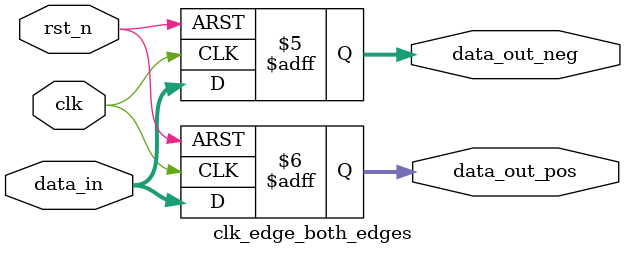
<source format=sv>

module clk_edge_both_edges (
  input wire clk,
  input wire rst_n,
  input wire [7:0] data_in,
  output logic [7:0] data_out_pos,
  output logic [7:0] data_out_neg
);

  // DDR (Double Data Rate) - sample on both edges
  // This is valid for high-speed interfaces when properly documented
  
  always_ff @(posedge clk or negedge rst_n) begin
    if (!rst_n)
      data_out_pos <= 8'h00;
    else
      data_out_pos <= data_in;
  end
  
  always_ff @(negedge clk or negedge rst_n) begin
    if (!rst_n)
      data_out_neg <= 8'h00;
    else
      data_out_neg <= data_in;
  end

endmodule


</source>
